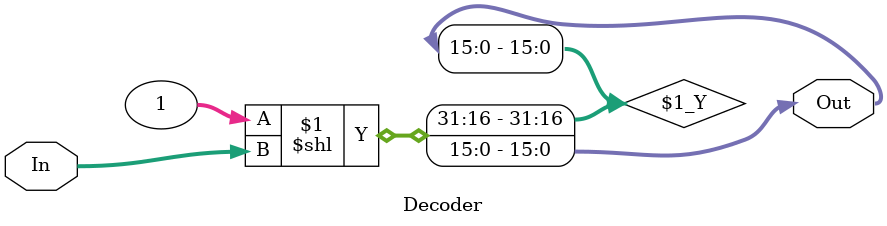
<source format=v>
module Decoder#(parameter numOfBit = 4)(In, Out);
  input [numOfBit-1:0]In;
   
  output wire [2**numOfBit -1:0]Out;
  reg [2**numOfBit -1:0]One;

/*

genvar i;
generate
    for (i=0; i< numOfBit; i=i+1) begin : decodeBlock
        Decoder_1bit Decoder_1bit_inst(In[i], Out[i*2+1:i*2]);
end assign Out = 1 << In;
endgenerate */


assign Out = 1 << In;
endmodule

</source>
